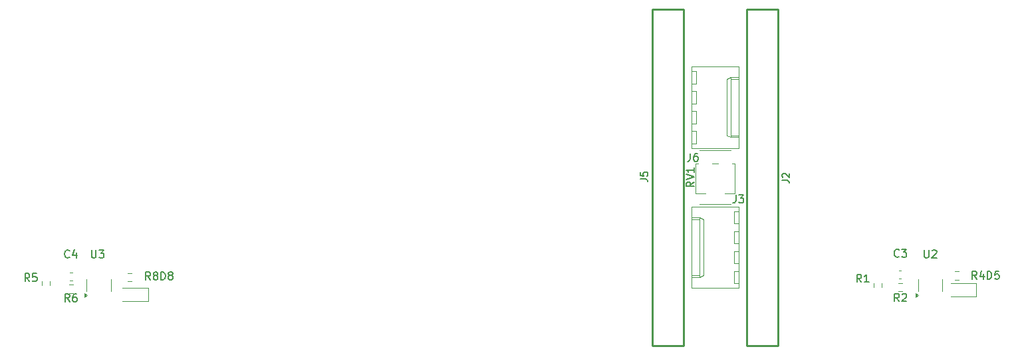
<source format=gbr>
%TF.GenerationSoftware,KiCad,Pcbnew,9.0.0*%
%TF.CreationDate,2025-06-18T14:15:24-07:00*%
%TF.ProjectId,1U Backplane,31552042-6163-46b7-906c-616e652e6b69,rev?*%
%TF.SameCoordinates,Original*%
%TF.FileFunction,Legend,Top*%
%TF.FilePolarity,Positive*%
%FSLAX46Y46*%
G04 Gerber Fmt 4.6, Leading zero omitted, Abs format (unit mm)*
G04 Created by KiCad (PCBNEW 9.0.0) date 2025-06-18 14:15:24*
%MOMM*%
%LPD*%
G01*
G04 APERTURE LIST*
%ADD10C,0.150000*%
%ADD11C,0.152400*%
%ADD12C,0.120000*%
%ADD13C,0.254000*%
G04 APERTURE END LIST*
D10*
X94560905Y-119954819D02*
X94560905Y-118954819D01*
X94560905Y-118954819D02*
X94799000Y-118954819D01*
X94799000Y-118954819D02*
X94941857Y-119002438D01*
X94941857Y-119002438D02*
X95037095Y-119097676D01*
X95037095Y-119097676D02*
X95084714Y-119192914D01*
X95084714Y-119192914D02*
X95132333Y-119383390D01*
X95132333Y-119383390D02*
X95132333Y-119526247D01*
X95132333Y-119526247D02*
X95084714Y-119716723D01*
X95084714Y-119716723D02*
X95037095Y-119811961D01*
X95037095Y-119811961D02*
X94941857Y-119907200D01*
X94941857Y-119907200D02*
X94799000Y-119954819D01*
X94799000Y-119954819D02*
X94560905Y-119954819D01*
X95703762Y-119383390D02*
X95608524Y-119335771D01*
X95608524Y-119335771D02*
X95560905Y-119288152D01*
X95560905Y-119288152D02*
X95513286Y-119192914D01*
X95513286Y-119192914D02*
X95513286Y-119145295D01*
X95513286Y-119145295D02*
X95560905Y-119050057D01*
X95560905Y-119050057D02*
X95608524Y-119002438D01*
X95608524Y-119002438D02*
X95703762Y-118954819D01*
X95703762Y-118954819D02*
X95894238Y-118954819D01*
X95894238Y-118954819D02*
X95989476Y-119002438D01*
X95989476Y-119002438D02*
X96037095Y-119050057D01*
X96037095Y-119050057D02*
X96084714Y-119145295D01*
X96084714Y-119145295D02*
X96084714Y-119192914D01*
X96084714Y-119192914D02*
X96037095Y-119288152D01*
X96037095Y-119288152D02*
X95989476Y-119335771D01*
X95989476Y-119335771D02*
X95894238Y-119383390D01*
X95894238Y-119383390D02*
X95703762Y-119383390D01*
X95703762Y-119383390D02*
X95608524Y-119431009D01*
X95608524Y-119431009D02*
X95560905Y-119478628D01*
X95560905Y-119478628D02*
X95513286Y-119573866D01*
X95513286Y-119573866D02*
X95513286Y-119764342D01*
X95513286Y-119764342D02*
X95560905Y-119859580D01*
X95560905Y-119859580D02*
X95608524Y-119907200D01*
X95608524Y-119907200D02*
X95703762Y-119954819D01*
X95703762Y-119954819D02*
X95894238Y-119954819D01*
X95894238Y-119954819D02*
X95989476Y-119907200D01*
X95989476Y-119907200D02*
X96037095Y-119859580D01*
X96037095Y-119859580D02*
X96084714Y-119764342D01*
X96084714Y-119764342D02*
X96084714Y-119573866D01*
X96084714Y-119573866D02*
X96037095Y-119478628D01*
X96037095Y-119478628D02*
X95989476Y-119431009D01*
X95989476Y-119431009D02*
X95894238Y-119383390D01*
D11*
X155634617Y-107120765D02*
X156287760Y-107120765D01*
X156287760Y-107120765D02*
X156418389Y-107164308D01*
X156418389Y-107164308D02*
X156505475Y-107251394D01*
X156505475Y-107251394D02*
X156549017Y-107382022D01*
X156549017Y-107382022D02*
X156549017Y-107469108D01*
X155634617Y-106249908D02*
X155634617Y-106685336D01*
X155634617Y-106685336D02*
X156070046Y-106728879D01*
X156070046Y-106728879D02*
X156026503Y-106685336D01*
X156026503Y-106685336D02*
X155982960Y-106598251D01*
X155982960Y-106598251D02*
X155982960Y-106380536D01*
X155982960Y-106380536D02*
X156026503Y-106293451D01*
X156026503Y-106293451D02*
X156070046Y-106249908D01*
X156070046Y-106249908D02*
X156157132Y-106206365D01*
X156157132Y-106206365D02*
X156374846Y-106206365D01*
X156374846Y-106206365D02*
X156461932Y-106249908D01*
X156461932Y-106249908D02*
X156505475Y-106293451D01*
X156505475Y-106293451D02*
X156549017Y-106380536D01*
X156549017Y-106380536D02*
X156549017Y-106598251D01*
X156549017Y-106598251D02*
X156505475Y-106685336D01*
X156505475Y-106685336D02*
X156461932Y-106728879D01*
D10*
X188557333Y-122704819D02*
X188224000Y-122228628D01*
X187985905Y-122704819D02*
X187985905Y-121704819D01*
X187985905Y-121704819D02*
X188366857Y-121704819D01*
X188366857Y-121704819D02*
X188462095Y-121752438D01*
X188462095Y-121752438D02*
X188509714Y-121800057D01*
X188509714Y-121800057D02*
X188557333Y-121895295D01*
X188557333Y-121895295D02*
X188557333Y-122038152D01*
X188557333Y-122038152D02*
X188509714Y-122133390D01*
X188509714Y-122133390D02*
X188462095Y-122181009D01*
X188462095Y-122181009D02*
X188366857Y-122228628D01*
X188366857Y-122228628D02*
X187985905Y-122228628D01*
X188938286Y-121800057D02*
X188985905Y-121752438D01*
X188985905Y-121752438D02*
X189081143Y-121704819D01*
X189081143Y-121704819D02*
X189319238Y-121704819D01*
X189319238Y-121704819D02*
X189414476Y-121752438D01*
X189414476Y-121752438D02*
X189462095Y-121800057D01*
X189462095Y-121800057D02*
X189509714Y-121895295D01*
X189509714Y-121895295D02*
X189509714Y-121990533D01*
X189509714Y-121990533D02*
X189462095Y-122133390D01*
X189462095Y-122133390D02*
X188890667Y-122704819D01*
X188890667Y-122704819D02*
X189509714Y-122704819D01*
X167765666Y-109154819D02*
X167765666Y-109869104D01*
X167765666Y-109869104D02*
X167718047Y-110011961D01*
X167718047Y-110011961D02*
X167622809Y-110107200D01*
X167622809Y-110107200D02*
X167479952Y-110154819D01*
X167479952Y-110154819D02*
X167384714Y-110154819D01*
X168146619Y-109154819D02*
X168765666Y-109154819D01*
X168765666Y-109154819D02*
X168432333Y-109535771D01*
X168432333Y-109535771D02*
X168575190Y-109535771D01*
X168575190Y-109535771D02*
X168670428Y-109583390D01*
X168670428Y-109583390D02*
X168718047Y-109631009D01*
X168718047Y-109631009D02*
X168765666Y-109726247D01*
X168765666Y-109726247D02*
X168765666Y-109964342D01*
X168765666Y-109964342D02*
X168718047Y-110059580D01*
X168718047Y-110059580D02*
X168670428Y-110107200D01*
X168670428Y-110107200D02*
X168575190Y-110154819D01*
X168575190Y-110154819D02*
X168289476Y-110154819D01*
X168289476Y-110154819D02*
X168194238Y-110107200D01*
X168194238Y-110107200D02*
X168146619Y-110059580D01*
X161965666Y-103854819D02*
X161965666Y-104569104D01*
X161965666Y-104569104D02*
X161918047Y-104711961D01*
X161918047Y-104711961D02*
X161822809Y-104807200D01*
X161822809Y-104807200D02*
X161679952Y-104854819D01*
X161679952Y-104854819D02*
X161584714Y-104854819D01*
X162870428Y-103854819D02*
X162679952Y-103854819D01*
X162679952Y-103854819D02*
X162584714Y-103902438D01*
X162584714Y-103902438D02*
X162537095Y-103950057D01*
X162537095Y-103950057D02*
X162441857Y-104092914D01*
X162441857Y-104092914D02*
X162394238Y-104283390D01*
X162394238Y-104283390D02*
X162394238Y-104664342D01*
X162394238Y-104664342D02*
X162441857Y-104759580D01*
X162441857Y-104759580D02*
X162489476Y-104807200D01*
X162489476Y-104807200D02*
X162584714Y-104854819D01*
X162584714Y-104854819D02*
X162775190Y-104854819D01*
X162775190Y-104854819D02*
X162870428Y-104807200D01*
X162870428Y-104807200D02*
X162918047Y-104759580D01*
X162918047Y-104759580D02*
X162965666Y-104664342D01*
X162965666Y-104664342D02*
X162965666Y-104426247D01*
X162965666Y-104426247D02*
X162918047Y-104331009D01*
X162918047Y-104331009D02*
X162870428Y-104283390D01*
X162870428Y-104283390D02*
X162775190Y-104235771D01*
X162775190Y-104235771D02*
X162584714Y-104235771D01*
X162584714Y-104235771D02*
X162489476Y-104283390D01*
X162489476Y-104283390D02*
X162441857Y-104331009D01*
X162441857Y-104331009D02*
X162394238Y-104426247D01*
X199785905Y-119854819D02*
X199785905Y-118854819D01*
X199785905Y-118854819D02*
X200024000Y-118854819D01*
X200024000Y-118854819D02*
X200166857Y-118902438D01*
X200166857Y-118902438D02*
X200262095Y-118997676D01*
X200262095Y-118997676D02*
X200309714Y-119092914D01*
X200309714Y-119092914D02*
X200357333Y-119283390D01*
X200357333Y-119283390D02*
X200357333Y-119426247D01*
X200357333Y-119426247D02*
X200309714Y-119616723D01*
X200309714Y-119616723D02*
X200262095Y-119711961D01*
X200262095Y-119711961D02*
X200166857Y-119807200D01*
X200166857Y-119807200D02*
X200024000Y-119854819D01*
X200024000Y-119854819D02*
X199785905Y-119854819D01*
X201262095Y-118854819D02*
X200785905Y-118854819D01*
X200785905Y-118854819D02*
X200738286Y-119331009D01*
X200738286Y-119331009D02*
X200785905Y-119283390D01*
X200785905Y-119283390D02*
X200881143Y-119235771D01*
X200881143Y-119235771D02*
X201119238Y-119235771D01*
X201119238Y-119235771D02*
X201214476Y-119283390D01*
X201214476Y-119283390D02*
X201262095Y-119331009D01*
X201262095Y-119331009D02*
X201309714Y-119426247D01*
X201309714Y-119426247D02*
X201309714Y-119664342D01*
X201309714Y-119664342D02*
X201262095Y-119759580D01*
X201262095Y-119759580D02*
X201214476Y-119807200D01*
X201214476Y-119807200D02*
X201119238Y-119854819D01*
X201119238Y-119854819D02*
X200881143Y-119854819D01*
X200881143Y-119854819D02*
X200785905Y-119807200D01*
X200785905Y-119807200D02*
X200738286Y-119759580D01*
X77832333Y-120154819D02*
X77499000Y-119678628D01*
X77260905Y-120154819D02*
X77260905Y-119154819D01*
X77260905Y-119154819D02*
X77641857Y-119154819D01*
X77641857Y-119154819D02*
X77737095Y-119202438D01*
X77737095Y-119202438D02*
X77784714Y-119250057D01*
X77784714Y-119250057D02*
X77832333Y-119345295D01*
X77832333Y-119345295D02*
X77832333Y-119488152D01*
X77832333Y-119488152D02*
X77784714Y-119583390D01*
X77784714Y-119583390D02*
X77737095Y-119631009D01*
X77737095Y-119631009D02*
X77641857Y-119678628D01*
X77641857Y-119678628D02*
X77260905Y-119678628D01*
X78737095Y-119154819D02*
X78260905Y-119154819D01*
X78260905Y-119154819D02*
X78213286Y-119631009D01*
X78213286Y-119631009D02*
X78260905Y-119583390D01*
X78260905Y-119583390D02*
X78356143Y-119535771D01*
X78356143Y-119535771D02*
X78594238Y-119535771D01*
X78594238Y-119535771D02*
X78689476Y-119583390D01*
X78689476Y-119583390D02*
X78737095Y-119631009D01*
X78737095Y-119631009D02*
X78784714Y-119726247D01*
X78784714Y-119726247D02*
X78784714Y-119964342D01*
X78784714Y-119964342D02*
X78737095Y-120059580D01*
X78737095Y-120059580D02*
X78689476Y-120107200D01*
X78689476Y-120107200D02*
X78594238Y-120154819D01*
X78594238Y-120154819D02*
X78356143Y-120154819D01*
X78356143Y-120154819D02*
X78260905Y-120107200D01*
X78260905Y-120107200D02*
X78213286Y-120059580D01*
X188557333Y-116959580D02*
X188509714Y-117007200D01*
X188509714Y-117007200D02*
X188366857Y-117054819D01*
X188366857Y-117054819D02*
X188271619Y-117054819D01*
X188271619Y-117054819D02*
X188128762Y-117007200D01*
X188128762Y-117007200D02*
X188033524Y-116911961D01*
X188033524Y-116911961D02*
X187985905Y-116816723D01*
X187985905Y-116816723D02*
X187938286Y-116626247D01*
X187938286Y-116626247D02*
X187938286Y-116483390D01*
X187938286Y-116483390D02*
X187985905Y-116292914D01*
X187985905Y-116292914D02*
X188033524Y-116197676D01*
X188033524Y-116197676D02*
X188128762Y-116102438D01*
X188128762Y-116102438D02*
X188271619Y-116054819D01*
X188271619Y-116054819D02*
X188366857Y-116054819D01*
X188366857Y-116054819D02*
X188509714Y-116102438D01*
X188509714Y-116102438D02*
X188557333Y-116150057D01*
X188890667Y-116054819D02*
X189509714Y-116054819D01*
X189509714Y-116054819D02*
X189176381Y-116435771D01*
X189176381Y-116435771D02*
X189319238Y-116435771D01*
X189319238Y-116435771D02*
X189414476Y-116483390D01*
X189414476Y-116483390D02*
X189462095Y-116531009D01*
X189462095Y-116531009D02*
X189509714Y-116626247D01*
X189509714Y-116626247D02*
X189509714Y-116864342D01*
X189509714Y-116864342D02*
X189462095Y-116959580D01*
X189462095Y-116959580D02*
X189414476Y-117007200D01*
X189414476Y-117007200D02*
X189319238Y-117054819D01*
X189319238Y-117054819D02*
X189033524Y-117054819D01*
X189033524Y-117054819D02*
X188938286Y-117007200D01*
X188938286Y-117007200D02*
X188890667Y-116959580D01*
X82932333Y-122754819D02*
X82599000Y-122278628D01*
X82360905Y-122754819D02*
X82360905Y-121754819D01*
X82360905Y-121754819D02*
X82741857Y-121754819D01*
X82741857Y-121754819D02*
X82837095Y-121802438D01*
X82837095Y-121802438D02*
X82884714Y-121850057D01*
X82884714Y-121850057D02*
X82932333Y-121945295D01*
X82932333Y-121945295D02*
X82932333Y-122088152D01*
X82932333Y-122088152D02*
X82884714Y-122183390D01*
X82884714Y-122183390D02*
X82837095Y-122231009D01*
X82837095Y-122231009D02*
X82741857Y-122278628D01*
X82741857Y-122278628D02*
X82360905Y-122278628D01*
X83789476Y-121754819D02*
X83599000Y-121754819D01*
X83599000Y-121754819D02*
X83503762Y-121802438D01*
X83503762Y-121802438D02*
X83456143Y-121850057D01*
X83456143Y-121850057D02*
X83360905Y-121992914D01*
X83360905Y-121992914D02*
X83313286Y-122183390D01*
X83313286Y-122183390D02*
X83313286Y-122564342D01*
X83313286Y-122564342D02*
X83360905Y-122659580D01*
X83360905Y-122659580D02*
X83408524Y-122707200D01*
X83408524Y-122707200D02*
X83503762Y-122754819D01*
X83503762Y-122754819D02*
X83694238Y-122754819D01*
X83694238Y-122754819D02*
X83789476Y-122707200D01*
X83789476Y-122707200D02*
X83837095Y-122659580D01*
X83837095Y-122659580D02*
X83884714Y-122564342D01*
X83884714Y-122564342D02*
X83884714Y-122326247D01*
X83884714Y-122326247D02*
X83837095Y-122231009D01*
X83837095Y-122231009D02*
X83789476Y-122183390D01*
X83789476Y-122183390D02*
X83694238Y-122135771D01*
X83694238Y-122135771D02*
X83503762Y-122135771D01*
X83503762Y-122135771D02*
X83408524Y-122183390D01*
X83408524Y-122183390D02*
X83360905Y-122231009D01*
X83360905Y-122231009D02*
X83313286Y-122326247D01*
X93232333Y-119954819D02*
X92899000Y-119478628D01*
X92660905Y-119954819D02*
X92660905Y-118954819D01*
X92660905Y-118954819D02*
X93041857Y-118954819D01*
X93041857Y-118954819D02*
X93137095Y-119002438D01*
X93137095Y-119002438D02*
X93184714Y-119050057D01*
X93184714Y-119050057D02*
X93232333Y-119145295D01*
X93232333Y-119145295D02*
X93232333Y-119288152D01*
X93232333Y-119288152D02*
X93184714Y-119383390D01*
X93184714Y-119383390D02*
X93137095Y-119431009D01*
X93137095Y-119431009D02*
X93041857Y-119478628D01*
X93041857Y-119478628D02*
X92660905Y-119478628D01*
X93803762Y-119383390D02*
X93708524Y-119335771D01*
X93708524Y-119335771D02*
X93660905Y-119288152D01*
X93660905Y-119288152D02*
X93613286Y-119192914D01*
X93613286Y-119192914D02*
X93613286Y-119145295D01*
X93613286Y-119145295D02*
X93660905Y-119050057D01*
X93660905Y-119050057D02*
X93708524Y-119002438D01*
X93708524Y-119002438D02*
X93803762Y-118954819D01*
X93803762Y-118954819D02*
X93994238Y-118954819D01*
X93994238Y-118954819D02*
X94089476Y-119002438D01*
X94089476Y-119002438D02*
X94137095Y-119050057D01*
X94137095Y-119050057D02*
X94184714Y-119145295D01*
X94184714Y-119145295D02*
X94184714Y-119192914D01*
X94184714Y-119192914D02*
X94137095Y-119288152D01*
X94137095Y-119288152D02*
X94089476Y-119335771D01*
X94089476Y-119335771D02*
X93994238Y-119383390D01*
X93994238Y-119383390D02*
X93803762Y-119383390D01*
X93803762Y-119383390D02*
X93708524Y-119431009D01*
X93708524Y-119431009D02*
X93660905Y-119478628D01*
X93660905Y-119478628D02*
X93613286Y-119573866D01*
X93613286Y-119573866D02*
X93613286Y-119764342D01*
X93613286Y-119764342D02*
X93660905Y-119859580D01*
X93660905Y-119859580D02*
X93708524Y-119907200D01*
X93708524Y-119907200D02*
X93803762Y-119954819D01*
X93803762Y-119954819D02*
X93994238Y-119954819D01*
X93994238Y-119954819D02*
X94089476Y-119907200D01*
X94089476Y-119907200D02*
X94137095Y-119859580D01*
X94137095Y-119859580D02*
X94184714Y-119764342D01*
X94184714Y-119764342D02*
X94184714Y-119573866D01*
X94184714Y-119573866D02*
X94137095Y-119478628D01*
X94137095Y-119478628D02*
X94089476Y-119431009D01*
X94089476Y-119431009D02*
X93994238Y-119383390D01*
D11*
X173664769Y-107288834D02*
X174317912Y-107288834D01*
X174317912Y-107288834D02*
X174448541Y-107332377D01*
X174448541Y-107332377D02*
X174535627Y-107419463D01*
X174535627Y-107419463D02*
X174579169Y-107550091D01*
X174579169Y-107550091D02*
X174579169Y-107637177D01*
X173751855Y-106896948D02*
X173708312Y-106853405D01*
X173708312Y-106853405D02*
X173664769Y-106766320D01*
X173664769Y-106766320D02*
X173664769Y-106548605D01*
X173664769Y-106548605D02*
X173708312Y-106461520D01*
X173708312Y-106461520D02*
X173751855Y-106417977D01*
X173751855Y-106417977D02*
X173838941Y-106374434D01*
X173838941Y-106374434D02*
X173926027Y-106374434D01*
X173926027Y-106374434D02*
X174056655Y-106417977D01*
X174056655Y-106417977D02*
X174579169Y-106940491D01*
X174579169Y-106940491D02*
X174579169Y-106374434D01*
D10*
X85737095Y-116154819D02*
X85737095Y-116964342D01*
X85737095Y-116964342D02*
X85784714Y-117059580D01*
X85784714Y-117059580D02*
X85832333Y-117107200D01*
X85832333Y-117107200D02*
X85927571Y-117154819D01*
X85927571Y-117154819D02*
X86118047Y-117154819D01*
X86118047Y-117154819D02*
X86213285Y-117107200D01*
X86213285Y-117107200D02*
X86260904Y-117059580D01*
X86260904Y-117059580D02*
X86308523Y-116964342D01*
X86308523Y-116964342D02*
X86308523Y-116154819D01*
X86689476Y-116154819D02*
X87308523Y-116154819D01*
X87308523Y-116154819D02*
X86975190Y-116535771D01*
X86975190Y-116535771D02*
X87118047Y-116535771D01*
X87118047Y-116535771D02*
X87213285Y-116583390D01*
X87213285Y-116583390D02*
X87260904Y-116631009D01*
X87260904Y-116631009D02*
X87308523Y-116726247D01*
X87308523Y-116726247D02*
X87308523Y-116964342D01*
X87308523Y-116964342D02*
X87260904Y-117059580D01*
X87260904Y-117059580D02*
X87213285Y-117107200D01*
X87213285Y-117107200D02*
X87118047Y-117154819D01*
X87118047Y-117154819D02*
X86832333Y-117154819D01*
X86832333Y-117154819D02*
X86737095Y-117107200D01*
X86737095Y-117107200D02*
X86689476Y-117059580D01*
X183757333Y-120254819D02*
X183424000Y-119778628D01*
X183185905Y-120254819D02*
X183185905Y-119254819D01*
X183185905Y-119254819D02*
X183566857Y-119254819D01*
X183566857Y-119254819D02*
X183662095Y-119302438D01*
X183662095Y-119302438D02*
X183709714Y-119350057D01*
X183709714Y-119350057D02*
X183757333Y-119445295D01*
X183757333Y-119445295D02*
X183757333Y-119588152D01*
X183757333Y-119588152D02*
X183709714Y-119683390D01*
X183709714Y-119683390D02*
X183662095Y-119731009D01*
X183662095Y-119731009D02*
X183566857Y-119778628D01*
X183566857Y-119778628D02*
X183185905Y-119778628D01*
X184709714Y-120254819D02*
X184138286Y-120254819D01*
X184424000Y-120254819D02*
X184424000Y-119254819D01*
X184424000Y-119254819D02*
X184328762Y-119397676D01*
X184328762Y-119397676D02*
X184233524Y-119492914D01*
X184233524Y-119492914D02*
X184138286Y-119540533D01*
X162453819Y-107495238D02*
X161977628Y-107828571D01*
X162453819Y-108066666D02*
X161453819Y-108066666D01*
X161453819Y-108066666D02*
X161453819Y-107685714D01*
X161453819Y-107685714D02*
X161501438Y-107590476D01*
X161501438Y-107590476D02*
X161549057Y-107542857D01*
X161549057Y-107542857D02*
X161644295Y-107495238D01*
X161644295Y-107495238D02*
X161787152Y-107495238D01*
X161787152Y-107495238D02*
X161882390Y-107542857D01*
X161882390Y-107542857D02*
X161930009Y-107590476D01*
X161930009Y-107590476D02*
X161977628Y-107685714D01*
X161977628Y-107685714D02*
X161977628Y-108066666D01*
X161453819Y-107209523D02*
X162453819Y-106876190D01*
X162453819Y-106876190D02*
X161453819Y-106542857D01*
X162453819Y-105685714D02*
X162453819Y-106257142D01*
X162453819Y-105971428D02*
X161453819Y-105971428D01*
X161453819Y-105971428D02*
X161596676Y-106066666D01*
X161596676Y-106066666D02*
X161691914Y-106161904D01*
X161691914Y-106161904D02*
X161739533Y-106257142D01*
X198457333Y-119854819D02*
X198124000Y-119378628D01*
X197885905Y-119854819D02*
X197885905Y-118854819D01*
X197885905Y-118854819D02*
X198266857Y-118854819D01*
X198266857Y-118854819D02*
X198362095Y-118902438D01*
X198362095Y-118902438D02*
X198409714Y-118950057D01*
X198409714Y-118950057D02*
X198457333Y-119045295D01*
X198457333Y-119045295D02*
X198457333Y-119188152D01*
X198457333Y-119188152D02*
X198409714Y-119283390D01*
X198409714Y-119283390D02*
X198362095Y-119331009D01*
X198362095Y-119331009D02*
X198266857Y-119378628D01*
X198266857Y-119378628D02*
X197885905Y-119378628D01*
X199314476Y-119188152D02*
X199314476Y-119854819D01*
X199076381Y-118807200D02*
X198838286Y-119521485D01*
X198838286Y-119521485D02*
X199457333Y-119521485D01*
X82932333Y-117059580D02*
X82884714Y-117107200D01*
X82884714Y-117107200D02*
X82741857Y-117154819D01*
X82741857Y-117154819D02*
X82646619Y-117154819D01*
X82646619Y-117154819D02*
X82503762Y-117107200D01*
X82503762Y-117107200D02*
X82408524Y-117011961D01*
X82408524Y-117011961D02*
X82360905Y-116916723D01*
X82360905Y-116916723D02*
X82313286Y-116726247D01*
X82313286Y-116726247D02*
X82313286Y-116583390D01*
X82313286Y-116583390D02*
X82360905Y-116392914D01*
X82360905Y-116392914D02*
X82408524Y-116297676D01*
X82408524Y-116297676D02*
X82503762Y-116202438D01*
X82503762Y-116202438D02*
X82646619Y-116154819D01*
X82646619Y-116154819D02*
X82741857Y-116154819D01*
X82741857Y-116154819D02*
X82884714Y-116202438D01*
X82884714Y-116202438D02*
X82932333Y-116250057D01*
X83789476Y-116488152D02*
X83789476Y-117154819D01*
X83551381Y-116107200D02*
X83313286Y-116821485D01*
X83313286Y-116821485D02*
X83932333Y-116821485D01*
X191762095Y-116154819D02*
X191762095Y-116964342D01*
X191762095Y-116964342D02*
X191809714Y-117059580D01*
X191809714Y-117059580D02*
X191857333Y-117107200D01*
X191857333Y-117107200D02*
X191952571Y-117154819D01*
X191952571Y-117154819D02*
X192143047Y-117154819D01*
X192143047Y-117154819D02*
X192238285Y-117107200D01*
X192238285Y-117107200D02*
X192285904Y-117059580D01*
X192285904Y-117059580D02*
X192333523Y-116964342D01*
X192333523Y-116964342D02*
X192333523Y-116154819D01*
X192762095Y-116250057D02*
X192809714Y-116202438D01*
X192809714Y-116202438D02*
X192904952Y-116154819D01*
X192904952Y-116154819D02*
X193143047Y-116154819D01*
X193143047Y-116154819D02*
X193238285Y-116202438D01*
X193238285Y-116202438D02*
X193285904Y-116250057D01*
X193285904Y-116250057D02*
X193333523Y-116345295D01*
X193333523Y-116345295D02*
X193333523Y-116440533D01*
X193333523Y-116440533D02*
X193285904Y-116583390D01*
X193285904Y-116583390D02*
X192714476Y-117154819D01*
X192714476Y-117154819D02*
X193333523Y-117154819D01*
D12*
%TO.C,D8*%
X92959000Y-120950000D02*
X89699000Y-120950000D01*
X92959000Y-122650000D02*
X89699000Y-122650000D01*
X92959000Y-122650000D02*
X92959000Y-120950000D01*
D13*
%TO.C,J5*%
X157154000Y-85475000D02*
X161154000Y-85475000D01*
X157154000Y-128325000D02*
X157154000Y-85475000D01*
X161154000Y-85475000D02*
X161154000Y-128325000D01*
X161154000Y-128325000D02*
X157154000Y-128325000D01*
D12*
%TO.C,R2*%
X188991224Y-120377500D02*
X188481776Y-120377500D01*
X188991224Y-121422500D02*
X188481776Y-121422500D01*
%TO.C,J3*%
X162164000Y-110620000D02*
X162164000Y-121000000D01*
X162164000Y-112000000D02*
X163164000Y-112000000D01*
X162164000Y-112250000D02*
X163164000Y-112250000D01*
X162164000Y-119370000D02*
X163164000Y-119370000D01*
X162164000Y-121000000D02*
X168184000Y-121000000D01*
X163164000Y-112000000D02*
X163164000Y-119620000D01*
X163164000Y-112000000D02*
X163694000Y-112250000D01*
X163164000Y-119620000D02*
X162164000Y-119620000D01*
X163694000Y-112250000D02*
X163694000Y-119370000D01*
X163694000Y-119370000D02*
X163164000Y-119620000D01*
X167154000Y-110330000D02*
X163154000Y-110330000D01*
X167584000Y-111200000D02*
X167584000Y-112800000D01*
X167584000Y-112800000D02*
X168184000Y-112800000D01*
X167584000Y-113740000D02*
X167584000Y-115340000D01*
X167584000Y-115340000D02*
X168184000Y-115340000D01*
X167584000Y-116280000D02*
X167584000Y-117880000D01*
X167584000Y-117880000D02*
X168184000Y-117880000D01*
X167584000Y-118820000D02*
X167584000Y-120420000D01*
X167584000Y-120420000D02*
X168184000Y-120420000D01*
X168184000Y-110620000D02*
X162164000Y-110620000D01*
X168184000Y-111200000D02*
X167584000Y-111200000D01*
X168184000Y-113740000D02*
X167584000Y-113740000D01*
X168184000Y-116280000D02*
X167584000Y-116280000D01*
X168184000Y-118820000D02*
X167584000Y-118820000D01*
X168184000Y-121000000D02*
X168184000Y-110620000D01*
%TO.C,J6*%
X162124000Y-92800000D02*
X162124000Y-103180000D01*
X162124000Y-94980000D02*
X162724000Y-94980000D01*
X162124000Y-97520000D02*
X162724000Y-97520000D01*
X162124000Y-100060000D02*
X162724000Y-100060000D01*
X162124000Y-102600000D02*
X162724000Y-102600000D01*
X162124000Y-103180000D02*
X168144000Y-103180000D01*
X162724000Y-93380000D02*
X162124000Y-93380000D01*
X162724000Y-94980000D02*
X162724000Y-93380000D01*
X162724000Y-95920000D02*
X162124000Y-95920000D01*
X162724000Y-97520000D02*
X162724000Y-95920000D01*
X162724000Y-98460000D02*
X162124000Y-98460000D01*
X162724000Y-100060000D02*
X162724000Y-98460000D01*
X162724000Y-101000000D02*
X162124000Y-101000000D01*
X162724000Y-102600000D02*
X162724000Y-101000000D01*
X163154000Y-103470000D02*
X167154000Y-103470000D01*
X166614000Y-94430000D02*
X167144000Y-94180000D01*
X166614000Y-101550000D02*
X166614000Y-94430000D01*
X167144000Y-94180000D02*
X168144000Y-94180000D01*
X167144000Y-101800000D02*
X166614000Y-101550000D01*
X167144000Y-101800000D02*
X167144000Y-94180000D01*
X168144000Y-92800000D02*
X162124000Y-92800000D01*
X168144000Y-94430000D02*
X167144000Y-94430000D01*
X168144000Y-101550000D02*
X167144000Y-101550000D01*
X168144000Y-101800000D02*
X167144000Y-101800000D01*
X168144000Y-103180000D02*
X168144000Y-92800000D01*
%TO.C,D5*%
X198384000Y-120350000D02*
X195124000Y-120350000D01*
X198384000Y-122050000D02*
X195124000Y-122050000D01*
X198384000Y-122050000D02*
X198384000Y-120350000D01*
%TO.C,R5*%
X79376500Y-120642224D02*
X79376500Y-120132776D01*
X80421500Y-120642224D02*
X80421500Y-120132776D01*
%TO.C,C3*%
X188832767Y-118790000D02*
X188540233Y-118790000D01*
X188832767Y-119810000D02*
X188540233Y-119810000D01*
%TO.C,R6*%
X83366224Y-120577500D02*
X82856776Y-120577500D01*
X83366224Y-121622500D02*
X82856776Y-121622500D01*
%TO.C,R8*%
X90841224Y-119077500D02*
X90331776Y-119077500D01*
X90841224Y-120122500D02*
X90331776Y-120122500D01*
D13*
%TO.C,J2*%
X169154000Y-85475000D02*
X173154000Y-85475000D01*
X169154000Y-128325000D02*
X169154000Y-85475000D01*
X173154000Y-85475000D02*
X173154000Y-128325000D01*
X173154000Y-128325000D02*
X169154000Y-128325000D01*
D12*
%TO.C,U3*%
X85089000Y-120637500D02*
X85089000Y-119837500D01*
X85089000Y-120637500D02*
X85089000Y-121437500D01*
X88209000Y-120637500D02*
X88209000Y-119837500D01*
X88209000Y-120637500D02*
X88209000Y-121437500D01*
X85139000Y-121937500D02*
X84809000Y-122177500D01*
X84809000Y-121697500D01*
X85139000Y-121937500D01*
G36*
X85139000Y-121937500D02*
G01*
X84809000Y-122177500D01*
X84809000Y-121697500D01*
X85139000Y-121937500D01*
G37*
%TO.C,R1*%
X185301500Y-120867224D02*
X185301500Y-120357776D01*
X186346500Y-120867224D02*
X186346500Y-120357776D01*
%TO.C,RV1*%
X162634000Y-105180000D02*
X162634000Y-108920000D01*
X162634000Y-105180000D02*
X163014000Y-105180000D01*
X162634000Y-108920000D02*
X163914000Y-108920000D01*
X164794000Y-105180000D02*
X165514000Y-105180000D01*
X166394000Y-108920000D02*
X167674000Y-108920000D01*
X167294000Y-105180000D02*
X167674000Y-105180000D01*
X167674000Y-105180000D02*
X167674000Y-108920000D01*
%TO.C,R4*%
X196166224Y-118877500D02*
X195656776Y-118877500D01*
X196166224Y-119922500D02*
X195656776Y-119922500D01*
%TO.C,C4*%
X83282767Y-118990000D02*
X82990233Y-118990000D01*
X83282767Y-120010000D02*
X82990233Y-120010000D01*
%TO.C,U2*%
X190964000Y-120637500D02*
X190964000Y-119837500D01*
X190964000Y-120637500D02*
X190964000Y-121437500D01*
X194084000Y-120637500D02*
X194084000Y-119837500D01*
X194084000Y-120637500D02*
X194084000Y-121437500D01*
X191014000Y-121937500D02*
X190684000Y-122177500D01*
X190684000Y-121697500D01*
X191014000Y-121937500D01*
G36*
X191014000Y-121937500D02*
G01*
X190684000Y-122177500D01*
X190684000Y-121697500D01*
X191014000Y-121937500D01*
G37*
%TD*%
M02*

</source>
